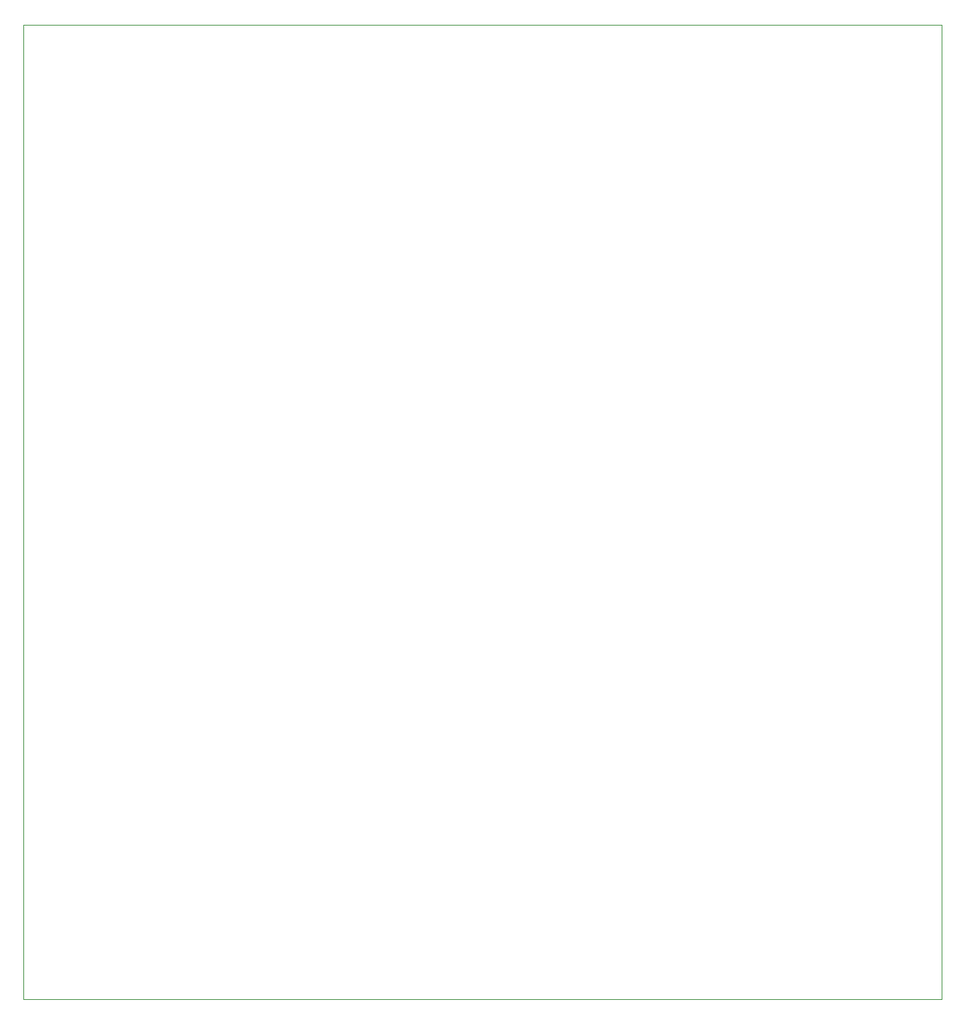
<source format=gbr>
G04 #@! TF.FileFunction,Profile,NP*
%FSLAX46Y46*%
G04 Gerber Fmt 4.6, Leading zero omitted, Abs format (unit mm)*
G04 Created by KiCad (PCBNEW 4.0.2+dfsg1-stable) date Wed 24 Jan 2018 08:48:34 PM PST*
%MOMM*%
G01*
G04 APERTURE LIST*
%ADD10C,0.100000*%
G04 APERTURE END LIST*
D10*
X47599600Y-50038000D02*
X47599600Y-50088800D01*
X154127200Y-50038000D02*
X47599600Y-50038000D01*
X154127200Y-162966400D02*
X154127200Y-50038000D01*
X47599600Y-162966400D02*
X154127200Y-162966400D01*
X47599600Y-50088800D02*
X47599600Y-162966400D01*
X47586900Y-51955700D02*
X47586900Y-162001200D01*
M02*

</source>
